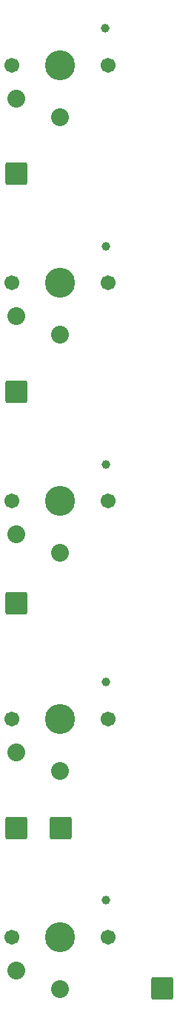
<source format=gts>
%TF.GenerationSoftware,KiCad,Pcbnew,7.0.5*%
%TF.CreationDate,2023-07-09T21:28:36-04:00*%
%TF.ProjectId,Guitar_Hero_PCB_Switches,47756974-6172-45f4-9865-726f5f504342,v01*%
%TF.SameCoordinates,Original*%
%TF.FileFunction,Soldermask,Top*%
%TF.FilePolarity,Negative*%
%FSLAX46Y46*%
G04 Gerber Fmt 4.6, Leading zero omitted, Abs format (unit mm)*
G04 Created by KiCad (PCBNEW 7.0.5) date 2023-07-09 21:28:36*
%MOMM*%
%LPD*%
G01*
G04 APERTURE LIST*
G04 Aperture macros list*
%AMRoundRect*
0 Rectangle with rounded corners*
0 $1 Rounding radius*
0 $2 $3 $4 $5 $6 $7 $8 $9 X,Y pos of 4 corners*
0 Add a 4 corners polygon primitive as box body*
4,1,4,$2,$3,$4,$5,$6,$7,$8,$9,$2,$3,0*
0 Add four circle primitives for the rounded corners*
1,1,$1+$1,$2,$3*
1,1,$1+$1,$4,$5*
1,1,$1+$1,$6,$7*
1,1,$1+$1,$8,$9*
0 Add four rect primitives between the rounded corners*
20,1,$1+$1,$2,$3,$4,$5,0*
20,1,$1+$1,$4,$5,$6,$7,0*
20,1,$1+$1,$6,$7,$8,$9,0*
20,1,$1+$1,$8,$9,$2,$3,0*%
G04 Aperture macros list end*
%ADD10C,1.701800*%
%ADD11C,3.429000*%
%ADD12C,0.990600*%
%ADD13C,2.032000*%
%ADD14RoundRect,0.249999X-1.025001X-1.025001X1.025001X-1.025001X1.025001X1.025001X-1.025001X1.025001X0*%
G04 APERTURE END LIST*
D10*
%TO.C,SW1*%
X129628000Y-70046000D03*
D11*
X135128000Y-70046000D03*
D12*
X140348000Y-65846000D03*
D10*
X140628000Y-70046000D03*
D13*
X135128000Y-75946000D03*
X130128000Y-73846000D03*
%TD*%
D10*
%TO.C,SW2*%
X129667000Y-94878000D03*
D11*
X135167000Y-94878000D03*
D12*
X140387000Y-90678000D03*
D10*
X140667000Y-94878000D03*
D13*
X135167000Y-100778000D03*
X130167000Y-98678000D03*
%TD*%
D14*
%TO.C,J12*%
X130175000Y-82423000D03*
%TD*%
%TO.C,J7*%
X146812000Y-175387000D03*
%TD*%
%TO.C,J9*%
X135255000Y-157099000D03*
%TD*%
%TO.C,J10*%
X130175000Y-131445000D03*
%TD*%
D10*
%TO.C,SW4*%
X129667000Y-144653000D03*
D11*
X135167000Y-144653000D03*
D12*
X140387000Y-140453000D03*
D10*
X140667000Y-144653000D03*
D13*
X135167000Y-150553000D03*
X130167000Y-148453000D03*
%TD*%
D14*
%TO.C,J11*%
X130175000Y-107315000D03*
%TD*%
D10*
%TO.C,SW3*%
X129667000Y-119770000D03*
D11*
X135167000Y-119770000D03*
D12*
X140387000Y-115570000D03*
D10*
X140667000Y-119770000D03*
D13*
X135167000Y-125670000D03*
X130167000Y-123570000D03*
%TD*%
D10*
%TO.C,SW5*%
X129667000Y-169545000D03*
D11*
X135167000Y-169545000D03*
D12*
X140387000Y-165345000D03*
D10*
X140667000Y-169545000D03*
D13*
X135167000Y-175445000D03*
X130167000Y-173345000D03*
%TD*%
D14*
%TO.C,J8*%
X130175000Y-157099000D03*
%TD*%
M02*

</source>
